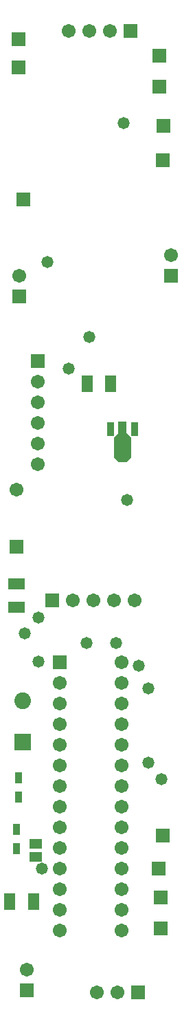
<source format=gbr>
G04 Layer_Color=8388736*
%FSLAX24Y24*%
%MOIN*%
%TF.FileFunction,Soldermask,Top*%
%TF.Part,Single*%
G01*
G75*
%TA.AperFunction,SMDPad,CuDef*%
%ADD28R,0.0533X0.0789*%
%ADD29R,0.0612X0.0454*%
%ADD30R,0.0789X0.0533*%
%ADD31R,0.0380X0.0530*%
%ADD32R,0.0356X0.0710*%
%ADD33R,0.0395X0.0631*%
%TA.AperFunction,ComponentPad*%
%ADD34C,0.0671*%
%ADD35R,0.0671X0.0671*%
%ADD36R,0.0671X0.0671*%
%ADD37C,0.0808*%
%ADD38R,0.0808X0.0808*%
%TA.AperFunction,ViaPad*%
%ADD39C,0.0580*%
G36*
X61613Y63533D02*
X61618Y63532D01*
X61623Y63531D01*
X61628Y63528D01*
X61632Y63526D01*
X61636Y63522D01*
X61852Y63306D01*
X61856Y63302D01*
X61859Y63297D01*
X61861Y63293D01*
X61863Y63288D01*
X61864Y63282D01*
X61864Y63277D01*
Y62372D01*
X61864Y62366D01*
X61863Y62361D01*
X61861Y62356D01*
X61859Y62352D01*
X61856Y62347D01*
X61852Y62343D01*
X61636Y62127D01*
X61632Y62123D01*
X61628Y62120D01*
X61623Y62118D01*
X61618Y62116D01*
X61613Y62115D01*
X61607Y62115D01*
X61293D01*
X61287Y62115D01*
X61282Y62116D01*
X61277Y62118D01*
X61272Y62120D01*
X61268Y62123D01*
X61264Y62127D01*
X61048Y62343D01*
X61044Y62347D01*
X61041Y62352D01*
X61039Y62356D01*
X61037Y62361D01*
X61036Y62366D01*
X61036Y62372D01*
Y63277D01*
X61036Y63282D01*
X61037Y63288D01*
X61039Y63293D01*
X61041Y63297D01*
X61044Y63302D01*
X61048Y63306D01*
X61264Y63522D01*
X61268Y63526D01*
X61272Y63528D01*
X61277Y63531D01*
X61282Y63532D01*
X61287Y63533D01*
X61293Y63534D01*
X61607D01*
X61613Y63533D01*
D02*
G37*
D28*
X59729Y65900D02*
D03*
X60871D02*
D03*
X55979Y40800D02*
D03*
X57121D02*
D03*
D29*
X57250Y43615D02*
D03*
Y42985D02*
D03*
D30*
X56300Y55079D02*
D03*
Y56221D02*
D03*
D31*
Y44313D02*
D03*
Y43387D02*
D03*
X56400Y46813D02*
D03*
Y45887D02*
D03*
D32*
X60859Y63730D02*
D03*
X62041D02*
D03*
D33*
X61450Y63769D02*
D03*
D34*
X56800Y37500D02*
D03*
X57350Y62000D02*
D03*
Y63000D02*
D03*
Y64000D02*
D03*
Y65000D02*
D03*
Y66000D02*
D03*
X61400Y39400D02*
D03*
Y40400D02*
D03*
Y41400D02*
D03*
Y42400D02*
D03*
Y43400D02*
D03*
Y44400D02*
D03*
Y45400D02*
D03*
Y46400D02*
D03*
Y47400D02*
D03*
Y48400D02*
D03*
Y49400D02*
D03*
Y50400D02*
D03*
Y51400D02*
D03*
Y52400D02*
D03*
X58400Y39400D02*
D03*
Y40400D02*
D03*
Y41400D02*
D03*
Y42400D02*
D03*
Y43400D02*
D03*
Y44400D02*
D03*
Y45400D02*
D03*
Y46400D02*
D03*
Y47400D02*
D03*
Y48400D02*
D03*
Y49400D02*
D03*
Y50400D02*
D03*
Y51400D02*
D03*
X59050Y55400D02*
D03*
X60050D02*
D03*
X61050D02*
D03*
X62050D02*
D03*
X56300Y60798D02*
D03*
X56450Y71150D02*
D03*
X63800Y72150D02*
D03*
X60850Y83000D02*
D03*
X59850D02*
D03*
X58850D02*
D03*
X60200Y36400D02*
D03*
X61200D02*
D03*
D35*
X56800Y36500D02*
D03*
X57350Y67000D02*
D03*
X63400Y44000D02*
D03*
X63200Y42400D02*
D03*
X63300Y41000D02*
D03*
Y39500D02*
D03*
X63250Y80300D02*
D03*
X56400Y81250D02*
D03*
X63250Y81800D02*
D03*
X56300Y58002D02*
D03*
X63450Y78400D02*
D03*
X63400Y76750D02*
D03*
X56450Y70150D02*
D03*
X63800Y71150D02*
D03*
X56400Y82600D02*
D03*
D36*
X58400Y52400D02*
D03*
X58050Y55400D02*
D03*
X56650Y74850D02*
D03*
X61850Y83000D02*
D03*
X62200Y36400D02*
D03*
D37*
X56600Y50550D02*
D03*
D38*
Y48550D02*
D03*
D39*
X57800Y71800D02*
D03*
X57370Y54580D02*
D03*
Y52460D02*
D03*
X56710Y53800D02*
D03*
X58850Y66640D02*
D03*
X59850Y68180D02*
D03*
X62700Y51160D02*
D03*
Y47560D02*
D03*
X61500Y78550D02*
D03*
X61679Y60290D02*
D03*
X61120Y53350D02*
D03*
X63348Y46750D02*
D03*
X62240Y52250D02*
D03*
X59710Y53360D02*
D03*
X57550Y42400D02*
D03*
%TF.MD5,82305647A51F5EEA3CCC660FD502C1A0*%
M02*

</source>
